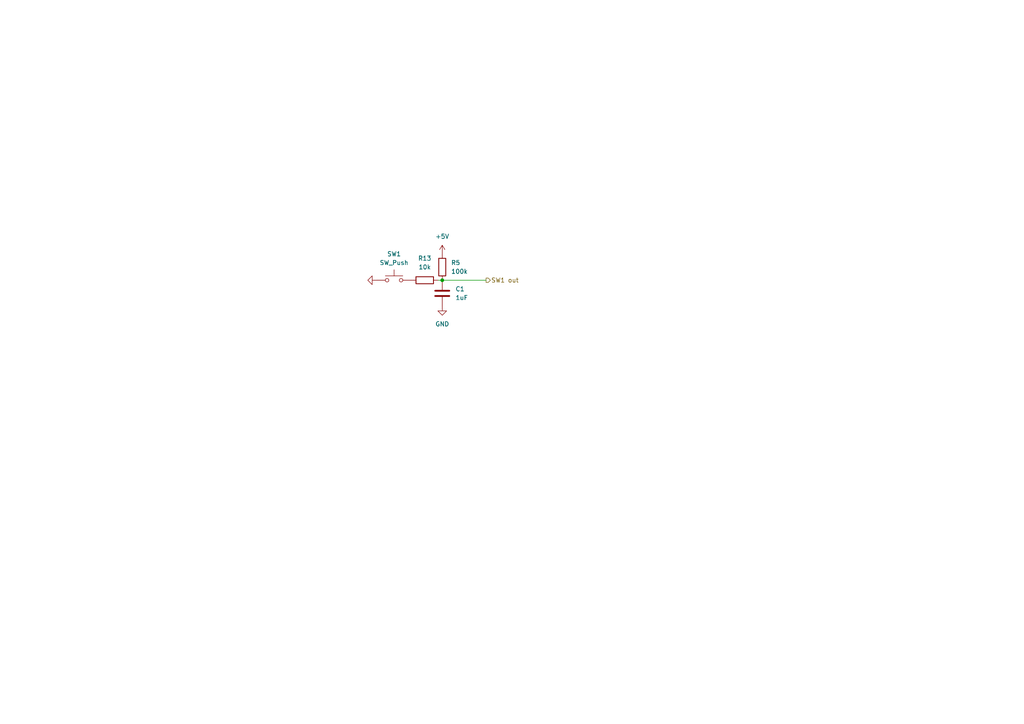
<source format=kicad_sch>
(kicad_sch (version 20230121) (generator eeschema)

  (uuid 0a179cdb-d3f2-4467-b0db-68ef66a5a4fa)

  (paper "A4")

  (lib_symbols
    (symbol "Device:C" (pin_numbers hide) (pin_names (offset 0.254)) (in_bom yes) (on_board yes)
      (property "Reference" "C" (at 0.635 2.54 0)
        (effects (font (size 1.27 1.27)) (justify left))
      )
      (property "Value" "C" (at 0.635 -2.54 0)
        (effects (font (size 1.27 1.27)) (justify left))
      )
      (property "Footprint" "" (at 0.9652 -3.81 0)
        (effects (font (size 1.27 1.27)) hide)
      )
      (property "Datasheet" "~" (at 0 0 0)
        (effects (font (size 1.27 1.27)) hide)
      )
      (property "ki_keywords" "cap capacitor" (at 0 0 0)
        (effects (font (size 1.27 1.27)) hide)
      )
      (property "ki_description" "Unpolarized capacitor" (at 0 0 0)
        (effects (font (size 1.27 1.27)) hide)
      )
      (property "ki_fp_filters" "C_*" (at 0 0 0)
        (effects (font (size 1.27 1.27)) hide)
      )
      (symbol "C_0_1"
        (polyline
          (pts
            (xy -2.032 -0.762)
            (xy 2.032 -0.762)
          )
          (stroke (width 0.508) (type default))
          (fill (type none))
        )
        (polyline
          (pts
            (xy -2.032 0.762)
            (xy 2.032 0.762)
          )
          (stroke (width 0.508) (type default))
          (fill (type none))
        )
      )
      (symbol "C_1_1"
        (pin passive line (at 0 3.81 270) (length 2.794)
          (name "~" (effects (font (size 1.27 1.27))))
          (number "1" (effects (font (size 1.27 1.27))))
        )
        (pin passive line (at 0 -3.81 90) (length 2.794)
          (name "~" (effects (font (size 1.27 1.27))))
          (number "2" (effects (font (size 1.27 1.27))))
        )
      )
    )
    (symbol "Device:R" (pin_numbers hide) (pin_names (offset 0)) (in_bom yes) (on_board yes)
      (property "Reference" "R" (at 2.032 0 90)
        (effects (font (size 1.27 1.27)))
      )
      (property "Value" "R" (at 0 0 90)
        (effects (font (size 1.27 1.27)))
      )
      (property "Footprint" "" (at -1.778 0 90)
        (effects (font (size 1.27 1.27)) hide)
      )
      (property "Datasheet" "~" (at 0 0 0)
        (effects (font (size 1.27 1.27)) hide)
      )
      (property "ki_keywords" "R res resistor" (at 0 0 0)
        (effects (font (size 1.27 1.27)) hide)
      )
      (property "ki_description" "Resistor" (at 0 0 0)
        (effects (font (size 1.27 1.27)) hide)
      )
      (property "ki_fp_filters" "R_*" (at 0 0 0)
        (effects (font (size 1.27 1.27)) hide)
      )
      (symbol "R_0_1"
        (rectangle (start -1.016 -2.54) (end 1.016 2.54)
          (stroke (width 0.254) (type default))
          (fill (type none))
        )
      )
      (symbol "R_1_1"
        (pin passive line (at 0 3.81 270) (length 1.27)
          (name "~" (effects (font (size 1.27 1.27))))
          (number "1" (effects (font (size 1.27 1.27))))
        )
        (pin passive line (at 0 -3.81 90) (length 1.27)
          (name "~" (effects (font (size 1.27 1.27))))
          (number "2" (effects (font (size 1.27 1.27))))
        )
      )
    )
    (symbol "Switch:SW_Push" (pin_numbers hide) (pin_names (offset 1.016) hide) (in_bom yes) (on_board yes)
      (property "Reference" "SW" (at 1.27 2.54 0)
        (effects (font (size 1.27 1.27)) (justify left))
      )
      (property "Value" "SW_Push" (at 0 -1.524 0)
        (effects (font (size 1.27 1.27)))
      )
      (property "Footprint" "" (at 0 5.08 0)
        (effects (font (size 1.27 1.27)) hide)
      )
      (property "Datasheet" "~" (at 0 5.08 0)
        (effects (font (size 1.27 1.27)) hide)
      )
      (property "ki_keywords" "switch normally-open pushbutton push-button" (at 0 0 0)
        (effects (font (size 1.27 1.27)) hide)
      )
      (property "ki_description" "Push button switch, generic, two pins" (at 0 0 0)
        (effects (font (size 1.27 1.27)) hide)
      )
      (symbol "SW_Push_0_1"
        (circle (center -2.032 0) (radius 0.508)
          (stroke (width 0) (type default))
          (fill (type none))
        )
        (polyline
          (pts
            (xy 0 1.27)
            (xy 0 3.048)
          )
          (stroke (width 0) (type default))
          (fill (type none))
        )
        (polyline
          (pts
            (xy 2.54 1.27)
            (xy -2.54 1.27)
          )
          (stroke (width 0) (type default))
          (fill (type none))
        )
        (circle (center 2.032 0) (radius 0.508)
          (stroke (width 0) (type default))
          (fill (type none))
        )
        (pin passive line (at -5.08 0 0) (length 2.54)
          (name "1" (effects (font (size 1.27 1.27))))
          (number "1" (effects (font (size 1.27 1.27))))
        )
        (pin passive line (at 5.08 0 180) (length 2.54)
          (name "2" (effects (font (size 1.27 1.27))))
          (number "2" (effects (font (size 1.27 1.27))))
        )
      )
    )
    (symbol "power:+5V" (power) (pin_names (offset 0)) (in_bom yes) (on_board yes)
      (property "Reference" "#PWR" (at 0 -3.81 0)
        (effects (font (size 1.27 1.27)) hide)
      )
      (property "Value" "+5V" (at 0 3.556 0)
        (effects (font (size 1.27 1.27)))
      )
      (property "Footprint" "" (at 0 0 0)
        (effects (font (size 1.27 1.27)) hide)
      )
      (property "Datasheet" "" (at 0 0 0)
        (effects (font (size 1.27 1.27)) hide)
      )
      (property "ki_keywords" "global power" (at 0 0 0)
        (effects (font (size 1.27 1.27)) hide)
      )
      (property "ki_description" "Power symbol creates a global label with name \"+5V\"" (at 0 0 0)
        (effects (font (size 1.27 1.27)) hide)
      )
      (symbol "+5V_0_1"
        (polyline
          (pts
            (xy -0.762 1.27)
            (xy 0 2.54)
          )
          (stroke (width 0) (type default))
          (fill (type none))
        )
        (polyline
          (pts
            (xy 0 0)
            (xy 0 2.54)
          )
          (stroke (width 0) (type default))
          (fill (type none))
        )
        (polyline
          (pts
            (xy 0 2.54)
            (xy 0.762 1.27)
          )
          (stroke (width 0) (type default))
          (fill (type none))
        )
      )
      (symbol "+5V_1_1"
        (pin power_in line (at 0 0 90) (length 0) hide
          (name "+5V" (effects (font (size 1.27 1.27))))
          (number "1" (effects (font (size 1.27 1.27))))
        )
      )
    )
    (symbol "power:GND" (power) (pin_names (offset 0)) (in_bom yes) (on_board yes)
      (property "Reference" "#PWR" (at 0 -6.35 0)
        (effects (font (size 1.27 1.27)) hide)
      )
      (property "Value" "GND" (at 0 -3.81 0)
        (effects (font (size 1.27 1.27)))
      )
      (property "Footprint" "" (at 0 0 0)
        (effects (font (size 1.27 1.27)) hide)
      )
      (property "Datasheet" "" (at 0 0 0)
        (effects (font (size 1.27 1.27)) hide)
      )
      (property "ki_keywords" "global power" (at 0 0 0)
        (effects (font (size 1.27 1.27)) hide)
      )
      (property "ki_description" "Power symbol creates a global label with name \"GND\" , ground" (at 0 0 0)
        (effects (font (size 1.27 1.27)) hide)
      )
      (symbol "GND_0_1"
        (polyline
          (pts
            (xy 0 0)
            (xy 0 -1.27)
            (xy 1.27 -1.27)
            (xy 0 -2.54)
            (xy -1.27 -1.27)
            (xy 0 -1.27)
          )
          (stroke (width 0) (type default))
          (fill (type none))
        )
      )
      (symbol "GND_1_1"
        (pin power_in line (at 0 0 270) (length 0) hide
          (name "GND" (effects (font (size 1.27 1.27))))
          (number "1" (effects (font (size 1.27 1.27))))
        )
      )
    )
  )

  (junction (at 128.27 81.28) (diameter 0) (color 0 0 0 0)
    (uuid 13b7b8d6-f656-48fb-bfa8-28404b9dddd0)
  )

  (wire (pts (xy 127 81.28) (xy 128.27 81.28))
    (stroke (width 0) (type default))
    (uuid 1dd2be14-288e-4b24-8e45-41a5035269aa)
  )
  (wire (pts (xy 128.27 81.28) (xy 140.97 81.28))
    (stroke (width 0) (type default))
    (uuid 3185cb87-a2c5-4e1c-9315-53bd869b8593)
  )

  (hierarchical_label "SW1 out" (shape output) (at 140.97 81.28 0) (fields_autoplaced)
    (effects (font (size 1.27 1.27)) (justify left))
    (uuid 3e26d523-d96e-4fc6-bb36-ee669dd4f9ea)
  )

  (symbol (lib_id "power:+5V") (at 128.27 73.66 0) (unit 1)
    (in_bom yes) (on_board yes) (dnp no)
    (uuid 5114febb-22a9-439b-b013-d137b28ae1bd)
    (property "Reference" "#PWR011" (at 128.27 77.47 0)
      (effects (font (size 1.27 1.27)) hide)
    )
    (property "Value" "+5V" (at 128.27 68.58 0)
      (effects (font (size 1.27 1.27)))
    )
    (property "Footprint" "" (at 128.27 73.66 0)
      (effects (font (size 1.27 1.27)) hide)
    )
    (property "Datasheet" "" (at 128.27 73.66 0)
      (effects (font (size 1.27 1.27)) hide)
    )
    (pin "1" (uuid 91087a39-6c0b-4230-8c7a-f9087bbb2d47))
    (instances
      (project "4-button debouncer"
        (path "/c1ca48d9-ccf5-4728-b041-a254d6a16158"
          (reference "#PWR011") (unit 1)
        )
        (path "/c1ca48d9-ccf5-4728-b041-a254d6a16158/08aacc0a-4e16-4f37-8653-dcfce29a0f6d"
          (reference "#PWR05") (unit 1)
        )
      )
    )
  )

  (symbol (lib_id "Device:R") (at 128.27 77.47 0) (unit 1)
    (in_bom yes) (on_board yes) (dnp no) (fields_autoplaced)
    (uuid 731ee96d-a35f-4d57-b80f-a05fb15620ad)
    (property "Reference" "R5" (at 130.81 76.2 0)
      (effects (font (size 1.27 1.27)) (justify left))
    )
    (property "Value" "100k" (at 130.81 78.74 0)
      (effects (font (size 1.27 1.27)) (justify left))
    )
    (property "Footprint" "Resistor_THT:R_Axial_DIN0207_L6.3mm_D2.5mm_P7.62mm_Horizontal" (at 126.492 77.47 90)
      (effects (font (size 1.27 1.27)) hide)
    )
    (property "Datasheet" "~" (at 128.27 77.47 0)
      (effects (font (size 1.27 1.27)) hide)
    )
    (pin "1" (uuid eb9fe2e3-8d6a-4d79-ac6c-b010d2e5095f))
    (pin "2" (uuid 67197b9c-e141-4590-92cf-bad534744b2d))
    (instances
      (project "4-button debouncer"
        (path "/c1ca48d9-ccf5-4728-b041-a254d6a16158"
          (reference "R5") (unit 1)
        )
        (path "/c1ca48d9-ccf5-4728-b041-a254d6a16158/08aacc0a-4e16-4f37-8653-dcfce29a0f6d"
          (reference "R2") (unit 1)
        )
      )
    )
  )

  (symbol (lib_id "Switch:SW_Push") (at 114.3 81.28 0) (unit 1)
    (in_bom yes) (on_board yes) (dnp no) (fields_autoplaced)
    (uuid a75cea2c-1718-49dc-a9f2-5f738a673daf)
    (property "Reference" "SW1" (at 114.3 73.66 0)
      (effects (font (size 1.27 1.27)))
    )
    (property "Value" "SW_Push" (at 114.3 76.2 0)
      (effects (font (size 1.27 1.27)))
    )
    (property "Footprint" "Button_Switch_THT:SW_PUSH-12mm" (at 114.3 76.2 0)
      (effects (font (size 1.27 1.27)) hide)
    )
    (property "Datasheet" "~" (at 114.3 76.2 0)
      (effects (font (size 1.27 1.27)) hide)
    )
    (pin "1" (uuid 7ac16204-b364-4341-b1c6-a4e397076e3e))
    (pin "2" (uuid 89214533-1001-4141-84c9-3e868ea56c1f))
    (instances
      (project "4-button debouncer"
        (path "/c1ca48d9-ccf5-4728-b041-a254d6a16158"
          (reference "SW1") (unit 1)
        )
        (path "/c1ca48d9-ccf5-4728-b041-a254d6a16158/08aacc0a-4e16-4f37-8653-dcfce29a0f6d"
          (reference "SW1") (unit 1)
        )
      )
    )
  )

  (symbol (lib_id "power:GND") (at 109.22 81.28 270) (unit 1)
    (in_bom yes) (on_board yes) (dnp no)
    (uuid c3cec743-58d9-44e4-97aa-7e731f15d5d4)
    (property "Reference" "#PWR013" (at 102.87 81.28 0)
      (effects (font (size 1.27 1.27)) hide)
    )
    (property "Value" "GND" (at 105.41 81.28 90)
      (effects (font (size 1.27 1.27)) (justify right) hide)
    )
    (property "Footprint" "" (at 109.22 81.28 0)
      (effects (font (size 1.27 1.27)) hide)
    )
    (property "Datasheet" "" (at 109.22 81.28 0)
      (effects (font (size 1.27 1.27)) hide)
    )
    (pin "1" (uuid 6707c3b9-2172-454a-8109-0feb1026a69d))
    (instances
      (project "4-button debouncer"
        (path "/c1ca48d9-ccf5-4728-b041-a254d6a16158"
          (reference "#PWR013") (unit 1)
        )
        (path "/c1ca48d9-ccf5-4728-b041-a254d6a16158/08aacc0a-4e16-4f37-8653-dcfce29a0f6d"
          (reference "#PWR01") (unit 1)
        )
      )
    )
  )

  (symbol (lib_id "Device:C") (at 128.27 85.09 0) (unit 1)
    (in_bom yes) (on_board yes) (dnp no) (fields_autoplaced)
    (uuid d1dd2462-46d1-4779-95d9-1cdbabdf301f)
    (property "Reference" "C1" (at 132.08 83.82 0)
      (effects (font (size 1.27 1.27)) (justify left))
    )
    (property "Value" "1uF" (at 132.08 86.36 0)
      (effects (font (size 1.27 1.27)) (justify left))
    )
    (property "Footprint" "Capacitor_THT:CP_Radial_Tantal_D5.0mm_P2.50mm" (at 129.2352 88.9 0)
      (effects (font (size 1.27 1.27)) hide)
    )
    (property "Datasheet" "~" (at 128.27 85.09 0)
      (effects (font (size 1.27 1.27)) hide)
    )
    (pin "1" (uuid 09e11021-1778-44ec-ba99-642c7d981a98))
    (pin "2" (uuid 9a7c254b-16af-45e8-9007-c8450468ffd9))
    (instances
      (project "4-button debouncer"
        (path "/c1ca48d9-ccf5-4728-b041-a254d6a16158"
          (reference "C1") (unit 1)
        )
        (path "/c1ca48d9-ccf5-4728-b041-a254d6a16158/08aacc0a-4e16-4f37-8653-dcfce29a0f6d"
          (reference "C1") (unit 1)
        )
      )
    )
  )

  (symbol (lib_id "power:GND") (at 128.27 88.9 0) (unit 1)
    (in_bom yes) (on_board yes) (dnp no) (fields_autoplaced)
    (uuid df71cef7-604e-4ca0-86bd-22fa45bd56c9)
    (property "Reference" "#PWR019" (at 128.27 95.25 0)
      (effects (font (size 1.27 1.27)) hide)
    )
    (property "Value" "GND" (at 128.27 93.98 0)
      (effects (font (size 1.27 1.27)))
    )
    (property "Footprint" "" (at 128.27 88.9 0)
      (effects (font (size 1.27 1.27)) hide)
    )
    (property "Datasheet" "" (at 128.27 88.9 0)
      (effects (font (size 1.27 1.27)) hide)
    )
    (pin "1" (uuid ea894089-3245-425a-9e35-ab3c28fd3c36))
    (instances
      (project "4-button debouncer"
        (path "/c1ca48d9-ccf5-4728-b041-a254d6a16158"
          (reference "#PWR019") (unit 1)
        )
        (path "/c1ca48d9-ccf5-4728-b041-a254d6a16158/08aacc0a-4e16-4f37-8653-dcfce29a0f6d"
          (reference "#PWR06") (unit 1)
        )
      )
    )
  )

  (symbol (lib_id "Device:R") (at 123.19 81.28 90) (unit 1)
    (in_bom yes) (on_board yes) (dnp no) (fields_autoplaced)
    (uuid e2b9f415-ffee-4deb-abdb-cd448f569c4d)
    (property "Reference" "R13" (at 123.19 74.93 90)
      (effects (font (size 1.27 1.27)))
    )
    (property "Value" "10k" (at 123.19 77.47 90)
      (effects (font (size 1.27 1.27)))
    )
    (property "Footprint" "Resistor_THT:R_Axial_DIN0207_L6.3mm_D2.5mm_P7.62mm_Horizontal" (at 123.19 83.058 90)
      (effects (font (size 1.27 1.27)) hide)
    )
    (property "Datasheet" "~" (at 123.19 81.28 0)
      (effects (font (size 1.27 1.27)) hide)
    )
    (pin "1" (uuid 87125d7a-9dd8-48e9-8aa5-5c5539cd39c3))
    (pin "2" (uuid e3209f7c-9d9a-47a0-ae47-9786888c1f74))
    (instances
      (project "4-button debouncer"
        (path "/c1ca48d9-ccf5-4728-b041-a254d6a16158"
          (reference "R13") (unit 1)
        )
        (path "/c1ca48d9-ccf5-4728-b041-a254d6a16158/08aacc0a-4e16-4f37-8653-dcfce29a0f6d"
          (reference "R1") (unit 1)
        )
      )
    )
  )
)

</source>
